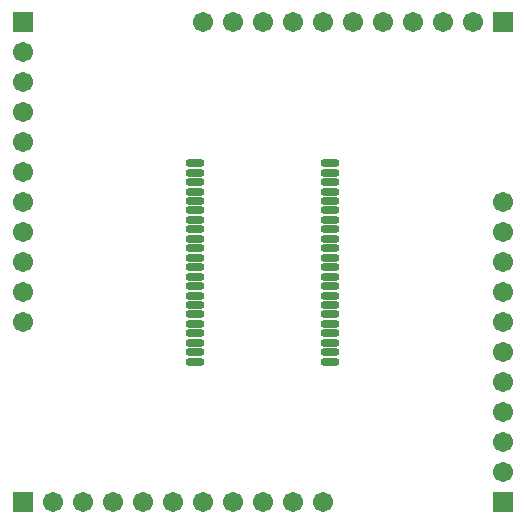
<source format=gts>
%FSLAX25Y25*%
%MOIN*%
G70*
G01*
G75*
G04 Layer_Color=8388736*
%ADD10O,0.05512X0.01969*%
%ADD11C,0.00800*%
%ADD12C,0.05906*%
%ADD13R,0.05906X0.05906*%
%ADD14R,0.05906X0.05906*%
%ADD15C,0.00984*%
%ADD16C,0.02362*%
%ADD17C,0.00787*%
%ADD18C,0.01000*%
%ADD19O,0.06312X0.02769*%
%ADD20C,0.06706*%
%ADD21R,0.06706X0.06706*%
%ADD22R,0.06706X0.06706*%
D19*
X77559Y133071D02*
D03*
Y129921D02*
D03*
Y126772D02*
D03*
Y123622D02*
D03*
Y120472D02*
D03*
Y117323D02*
D03*
Y114173D02*
D03*
Y111024D02*
D03*
Y107874D02*
D03*
Y104724D02*
D03*
Y101575D02*
D03*
Y98425D02*
D03*
Y95276D02*
D03*
Y92126D02*
D03*
Y88976D02*
D03*
Y85827D02*
D03*
Y82677D02*
D03*
Y79528D02*
D03*
Y76378D02*
D03*
Y73228D02*
D03*
Y70079D02*
D03*
Y66929D02*
D03*
X122441Y133071D02*
D03*
Y129921D02*
D03*
Y126772D02*
D03*
Y123622D02*
D03*
Y120472D02*
D03*
Y117323D02*
D03*
Y114173D02*
D03*
Y111024D02*
D03*
Y107874D02*
D03*
Y104724D02*
D03*
Y101575D02*
D03*
Y98425D02*
D03*
Y95276D02*
D03*
Y92126D02*
D03*
Y88976D02*
D03*
Y85827D02*
D03*
Y82677D02*
D03*
Y79528D02*
D03*
Y76378D02*
D03*
Y73228D02*
D03*
Y70079D02*
D03*
Y66929D02*
D03*
D20*
X80000Y180000D02*
D03*
X90000D02*
D03*
X100000D02*
D03*
X110000D02*
D03*
X120000D02*
D03*
X130000D02*
D03*
X140000D02*
D03*
X150000D02*
D03*
X160000D02*
D03*
X170000D02*
D03*
X120000Y20000D02*
D03*
X110000D02*
D03*
X100000D02*
D03*
X90000D02*
D03*
X80000D02*
D03*
X70000D02*
D03*
X60000D02*
D03*
X50000D02*
D03*
X40000D02*
D03*
X30000D02*
D03*
X20000Y80000D02*
D03*
Y90000D02*
D03*
Y100000D02*
D03*
Y110000D02*
D03*
Y120000D02*
D03*
Y130000D02*
D03*
Y140000D02*
D03*
Y150000D02*
D03*
Y160000D02*
D03*
Y170000D02*
D03*
X180000Y120000D02*
D03*
Y110000D02*
D03*
Y100000D02*
D03*
Y90000D02*
D03*
Y80000D02*
D03*
Y70000D02*
D03*
Y60000D02*
D03*
Y50000D02*
D03*
Y40000D02*
D03*
Y30000D02*
D03*
D21*
Y180000D02*
D03*
X20000Y20000D02*
D03*
D22*
Y180000D02*
D03*
X180000Y20000D02*
D03*
M02*

</source>
